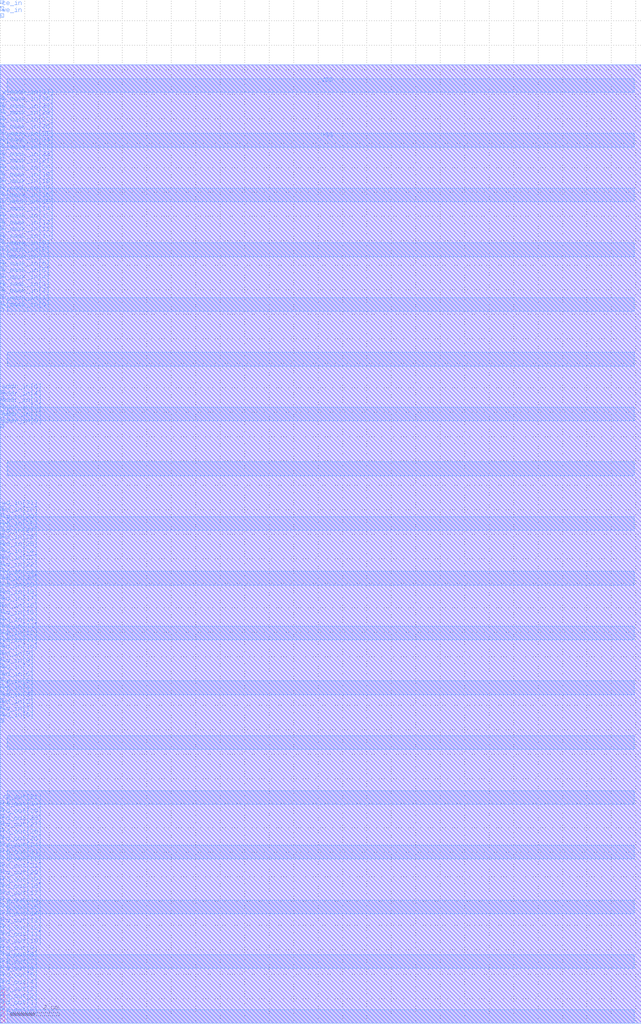
<source format=lef>
# Generated by FakeRAM 2.0
VERSION 5.7 ;
BUSBITCHARS "[]" ;
PROPERTYDEFINITIONS
  MACRO width INTEGER ;
  MACRO depth INTEGER ;
  MACRO banks INTEGER ;
END PROPERTYDEFINITIONS
MACRO fakeram45_64x32_top_tier
  PROPERTY width 32 ;
  PROPERTY depth 64 ;
  PROPERTY banks 1 ;
  FOREIGN fakeram45_64x32_top_tier 0 0 ;
  SYMMETRY X Y R90 ;
  SIZE 0.19 BY 1.4 ;
  CLASS BLOCK ;
  PIN rd_out[0]
    DIRECTION OUTPUT ;
    USE SIGNAL ;
    SHAPE ABUTMENT ;
    PORT
      LAYER metal4_top_tier ;
      RECT 0.000 0.280 0.140 0.420 ;
    END
  END rd_out[0]
  PIN rd_out[1]
    DIRECTION OUTPUT ;
    USE SIGNAL ;
    SHAPE ABUTMENT ;
    PORT
      LAYER metal4_top_tier ;
      RECT 0.000 0.560 0.140 0.700 ;
    END
  END rd_out[1]
  PIN rd_out[2]
    DIRECTION OUTPUT ;
    USE SIGNAL ;
    SHAPE ABUTMENT ;
    PORT
      LAYER metal4_top_tier ;
      RECT 0.000 0.840 0.140 0.980 ;
    END
  END rd_out[2]
  PIN rd_out[3]
    DIRECTION OUTPUT ;
    USE SIGNAL ;
    SHAPE ABUTMENT ;
    PORT
      LAYER metal4_top_tier ;
      RECT 0.000 1.120 0.140 1.260 ;
    END
  END rd_out[3]
  PIN rd_out[4]
    DIRECTION OUTPUT ;
    USE SIGNAL ;
    SHAPE ABUTMENT ;
    PORT
      LAYER metal4_top_tier ;
      RECT 0.000 1.400 0.140 1.540 ;
    END
  END rd_out[4]
  PIN rd_out[5]
    DIRECTION OUTPUT ;
    USE SIGNAL ;
    SHAPE ABUTMENT ;
    PORT
      LAYER metal4_top_tier ;
      RECT 0.000 1.680 0.140 1.820 ;
    END
  END rd_out[5]
  PIN rd_out[6]
    DIRECTION OUTPUT ;
    USE SIGNAL ;
    SHAPE ABUTMENT ;
    PORT
      LAYER metal4_top_tier ;
      RECT 0.000 1.960 0.140 2.100 ;
    END
  END rd_out[6]
  PIN rd_out[7]
    DIRECTION OUTPUT ;
    USE SIGNAL ;
    SHAPE ABUTMENT ;
    PORT
      LAYER metal4_top_tier ;
      RECT 0.000 2.240 0.140 2.380 ;
    END
  END rd_out[7]
  PIN rd_out[8]
    DIRECTION OUTPUT ;
    USE SIGNAL ;
    SHAPE ABUTMENT ;
    PORT
      LAYER metal4_top_tier ;
      RECT 0.000 2.520 0.140 2.660 ;
    END
  END rd_out[8]
  PIN rd_out[9]
    DIRECTION OUTPUT ;
    USE SIGNAL ;
    SHAPE ABUTMENT ;
    PORT
      LAYER metal4_top_tier ;
      RECT 0.000 2.800 0.140 2.940 ;
    END
  END rd_out[9]
  PIN rd_out[10]
    DIRECTION OUTPUT ;
    USE SIGNAL ;
    SHAPE ABUTMENT ;
    PORT
      LAYER metal4_top_tier ;
      RECT 0.000 3.080 0.140 3.220 ;
    END
  END rd_out[10]
  PIN rd_out[11]
    DIRECTION OUTPUT ;
    USE SIGNAL ;
    SHAPE ABUTMENT ;
    PORT
      LAYER metal4_top_tier ;
      RECT 0.000 3.360 0.140 3.500 ;
    END
  END rd_out[11]
  PIN rd_out[12]
    DIRECTION OUTPUT ;
    USE SIGNAL ;
    SHAPE ABUTMENT ;
    PORT
      LAYER metal4_top_tier ;
      RECT 0.000 3.640 0.140 3.780 ;
    END
  END rd_out[12]
  PIN rd_out[13]
    DIRECTION OUTPUT ;
    USE SIGNAL ;
    SHAPE ABUTMENT ;
    PORT
      LAYER metal4_top_tier ;
      RECT 0.000 3.920 0.140 4.060 ;
    END
  END rd_out[13]
  PIN rd_out[14]
    DIRECTION OUTPUT ;
    USE SIGNAL ;
    SHAPE ABUTMENT ;
    PORT
      LAYER metal4_top_tier ;
      RECT 0.000 4.200 0.140 4.340 ;
    END
  END rd_out[14]
  PIN rd_out[15]
    DIRECTION OUTPUT ;
    USE SIGNAL ;
    SHAPE ABUTMENT ;
    PORT
      LAYER metal4_top_tier ;
      RECT 0.000 4.480 0.140 4.620 ;
    END
  END rd_out[15]
  PIN rd_out[16]
    DIRECTION OUTPUT ;
    USE SIGNAL ;
    SHAPE ABUTMENT ;
    PORT
      LAYER metal4_top_tier ;
      RECT 0.000 4.760 0.140 4.900 ;
    END
  END rd_out[16]
  PIN rd_out[17]
    DIRECTION OUTPUT ;
    USE SIGNAL ;
    SHAPE ABUTMENT ;
    PORT
      LAYER metal4_top_tier ;
      RECT 0.000 5.040 0.140 5.180 ;
    END
  END rd_out[17]
  PIN rd_out[18]
    DIRECTION OUTPUT ;
    USE SIGNAL ;
    SHAPE ABUTMENT ;
    PORT
      LAYER metal4_top_tier ;
      RECT 0.000 5.320 0.140 5.460 ;
    END
  END rd_out[18]
  PIN rd_out[19]
    DIRECTION OUTPUT ;
    USE SIGNAL ;
    SHAPE ABUTMENT ;
    PORT
      LAYER metal4_top_tier ;
      RECT 0.000 5.600 0.140 5.740 ;
    END
  END rd_out[19]
  PIN rd_out[20]
    DIRECTION OUTPUT ;
    USE SIGNAL ;
    SHAPE ABUTMENT ;
    PORT
      LAYER metal4_top_tier ;
      RECT 0.000 5.880 0.140 6.020 ;
    END
  END rd_out[20]
  PIN rd_out[21]
    DIRECTION OUTPUT ;
    USE SIGNAL ;
    SHAPE ABUTMENT ;
    PORT
      LAYER metal4_top_tier ;
      RECT 0.000 6.160 0.140 6.300 ;
    END
  END rd_out[21]
  PIN rd_out[22]
    DIRECTION OUTPUT ;
    USE SIGNAL ;
    SHAPE ABUTMENT ;
    PORT
      LAYER metal4_top_tier ;
      RECT 0.000 6.440 0.140 6.580 ;
    END
  END rd_out[22]
  PIN rd_out[23]
    DIRECTION OUTPUT ;
    USE SIGNAL ;
    SHAPE ABUTMENT ;
    PORT
      LAYER metal4_top_tier ;
      RECT 0.000 6.720 0.140 6.860 ;
    END
  END rd_out[23]
  PIN rd_out[24]
    DIRECTION OUTPUT ;
    USE SIGNAL ;
    SHAPE ABUTMENT ;
    PORT
      LAYER metal4_top_tier ;
      RECT 0.000 7.000 0.140 7.140 ;
    END
  END rd_out[24]
  PIN rd_out[25]
    DIRECTION OUTPUT ;
    USE SIGNAL ;
    SHAPE ABUTMENT ;
    PORT
      LAYER metal4_top_tier ;
      RECT 0.000 7.280 0.140 7.420 ;
    END
  END rd_out[25]
  PIN rd_out[26]
    DIRECTION OUTPUT ;
    USE SIGNAL ;
    SHAPE ABUTMENT ;
    PORT
      LAYER metal4_top_tier ;
      RECT 0.000 7.560 0.140 7.700 ;
    END
  END rd_out[26]
  PIN rd_out[27]
    DIRECTION OUTPUT ;
    USE SIGNAL ;
    SHAPE ABUTMENT ;
    PORT
      LAYER metal4_top_tier ;
      RECT 0.000 7.840 0.140 7.980 ;
    END
  END rd_out[27]
  PIN rd_out[28]
    DIRECTION OUTPUT ;
    USE SIGNAL ;
    SHAPE ABUTMENT ;
    PORT
      LAYER metal4_top_tier ;
      RECT 0.000 8.120 0.140 8.260 ;
    END
  END rd_out[28]
  PIN rd_out[29]
    DIRECTION OUTPUT ;
    USE SIGNAL ;
    SHAPE ABUTMENT ;
    PORT
      LAYER metal4_top_tier ;
      RECT 0.000 8.400 0.140 8.540 ;
    END
  END rd_out[29]
  PIN rd_out[30]
    DIRECTION OUTPUT ;
    USE SIGNAL ;
    SHAPE ABUTMENT ;
    PORT
      LAYER metal4_top_tier ;
      RECT 0.000 8.680 0.140 8.820 ;
    END
  END rd_out[30]
  PIN rd_out[31]
    DIRECTION OUTPUT ;
    USE SIGNAL ;
    SHAPE ABUTMENT ;
    PORT
      LAYER metal4_top_tier ;
      RECT 0.000 8.960 0.140 9.100 ;
    END
  END rd_out[31]
  PIN wd_in[0]
    DIRECTION INPUT ;
    USE SIGNAL ;
    SHAPE ABUTMENT ;
    PORT
      LAYER metal4_top_tier ;
      RECT 0.000 12.320 0.140 12.460 ;
    END
  END wd_in[0]
  PIN wd_in[1]
    DIRECTION INPUT ;
    USE SIGNAL ;
    SHAPE ABUTMENT ;
    PORT
      LAYER metal4_top_tier ;
      RECT 0.000 12.600 0.140 12.740 ;
    END
  END wd_in[1]
  PIN wd_in[2]
    DIRECTION INPUT ;
    USE SIGNAL ;
    SHAPE ABUTMENT ;
    PORT
      LAYER metal4_top_tier ;
      RECT 0.000 12.880 0.140 13.020 ;
    END
  END wd_in[2]
  PIN wd_in[3]
    DIRECTION INPUT ;
    USE SIGNAL ;
    SHAPE ABUTMENT ;
    PORT
      LAYER metal4_top_tier ;
      RECT 0.000 13.160 0.140 13.300 ;
    END
  END wd_in[3]
  PIN wd_in[4]
    DIRECTION INPUT ;
    USE SIGNAL ;
    SHAPE ABUTMENT ;
    PORT
      LAYER metal4_top_tier ;
      RECT 0.000 13.440 0.140 13.580 ;
    END
  END wd_in[4]
  PIN wd_in[5]
    DIRECTION INPUT ;
    USE SIGNAL ;
    SHAPE ABUTMENT ;
    PORT
      LAYER metal4_top_tier ;
      RECT 0.000 13.720 0.140 13.860 ;
    END
  END wd_in[5]
  PIN wd_in[6]
    DIRECTION INPUT ;
    USE SIGNAL ;
    SHAPE ABUTMENT ;
    PORT
      LAYER metal4_top_tier ;
      RECT 0.000 14.000 0.140 14.140 ;
    END
  END wd_in[6]
  PIN wd_in[7]
    DIRECTION INPUT ;
    USE SIGNAL ;
    SHAPE ABUTMENT ;
    PORT
      LAYER metal4_top_tier ;
      RECT 0.000 14.280 0.140 14.420 ;
    END
  END wd_in[7]
  PIN wd_in[8]
    DIRECTION INPUT ;
    USE SIGNAL ;
    SHAPE ABUTMENT ;
    PORT
      LAYER metal4_top_tier ;
      RECT 0.000 14.560 0.140 14.700 ;
    END
  END wd_in[8]
  PIN wd_in[9]
    DIRECTION INPUT ;
    USE SIGNAL ;
    SHAPE ABUTMENT ;
    PORT
      LAYER metal4_top_tier ;
      RECT 0.000 14.840 0.140 14.980 ;
    END
  END wd_in[9]
  PIN wd_in[10]
    DIRECTION INPUT ;
    USE SIGNAL ;
    SHAPE ABUTMENT ;
    PORT
      LAYER metal4_top_tier ;
      RECT 0.000 15.120 0.140 15.260 ;
    END
  END wd_in[10]
  PIN wd_in[11]
    DIRECTION INPUT ;
    USE SIGNAL ;
    SHAPE ABUTMENT ;
    PORT
      LAYER metal4_top_tier ;
      RECT 0.000 15.400 0.140 15.540 ;
    END
  END wd_in[11]
  PIN wd_in[12]
    DIRECTION INPUT ;
    USE SIGNAL ;
    SHAPE ABUTMENT ;
    PORT
      LAYER metal4_top_tier ;
      RECT 0.000 15.680 0.140 15.820 ;
    END
  END wd_in[12]
  PIN wd_in[13]
    DIRECTION INPUT ;
    USE SIGNAL ;
    SHAPE ABUTMENT ;
    PORT
      LAYER metal4_top_tier ;
      RECT 0.000 15.960 0.140 16.100 ;
    END
  END wd_in[13]
  PIN wd_in[14]
    DIRECTION INPUT ;
    USE SIGNAL ;
    SHAPE ABUTMENT ;
    PORT
      LAYER metal4_top_tier ;
      RECT 0.000 16.240 0.140 16.380 ;
    END
  END wd_in[14]
  PIN wd_in[15]
    DIRECTION INPUT ;
    USE SIGNAL ;
    SHAPE ABUTMENT ;
    PORT
      LAYER metal4_top_tier ;
      RECT 0.000 16.520 0.140 16.660 ;
    END
  END wd_in[15]
  PIN wd_in[16]
    DIRECTION INPUT ;
    USE SIGNAL ;
    SHAPE ABUTMENT ;
    PORT
      LAYER metal4_top_tier ;
      RECT 0.000 16.800 0.140 16.940 ;
    END
  END wd_in[16]
  PIN wd_in[17]
    DIRECTION INPUT ;
    USE SIGNAL ;
    SHAPE ABUTMENT ;
    PORT
      LAYER metal4_top_tier ;
      RECT 0.000 17.080 0.140 17.220 ;
    END
  END wd_in[17]
  PIN wd_in[18]
    DIRECTION INPUT ;
    USE SIGNAL ;
    SHAPE ABUTMENT ;
    PORT
      LAYER metal4_top_tier ;
      RECT 0.000 17.360 0.140 17.500 ;
    END
  END wd_in[18]
  PIN wd_in[19]
    DIRECTION INPUT ;
    USE SIGNAL ;
    SHAPE ABUTMENT ;
    PORT
      LAYER metal4_top_tier ;
      RECT 0.000 17.640 0.140 17.780 ;
    END
  END wd_in[19]
  PIN wd_in[20]
    DIRECTION INPUT ;
    USE SIGNAL ;
    SHAPE ABUTMENT ;
    PORT
      LAYER metal4_top_tier ;
      RECT 0.000 17.920 0.140 18.060 ;
    END
  END wd_in[20]
  PIN wd_in[21]
    DIRECTION INPUT ;
    USE SIGNAL ;
    SHAPE ABUTMENT ;
    PORT
      LAYER metal4_top_tier ;
      RECT 0.000 18.200 0.140 18.340 ;
    END
  END wd_in[21]
  PIN wd_in[22]
    DIRECTION INPUT ;
    USE SIGNAL ;
    SHAPE ABUTMENT ;
    PORT
      LAYER metal4_top_tier ;
      RECT 0.000 18.480 0.140 18.620 ;
    END
  END wd_in[22]
  PIN wd_in[23]
    DIRECTION INPUT ;
    USE SIGNAL ;
    SHAPE ABUTMENT ;
    PORT
      LAYER metal4_top_tier ;
      RECT 0.000 18.760 0.140 18.900 ;
    END
  END wd_in[23]
  PIN wd_in[24]
    DIRECTION INPUT ;
    USE SIGNAL ;
    SHAPE ABUTMENT ;
    PORT
      LAYER metal4_top_tier ;
      RECT 0.000 19.040 0.140 19.180 ;
    END
  END wd_in[24]
  PIN wd_in[25]
    DIRECTION INPUT ;
    USE SIGNAL ;
    SHAPE ABUTMENT ;
    PORT
      LAYER metal4_top_tier ;
      RECT 0.000 19.320 0.140 19.460 ;
    END
  END wd_in[25]
  PIN wd_in[26]
    DIRECTION INPUT ;
    USE SIGNAL ;
    SHAPE ABUTMENT ;
    PORT
      LAYER metal4_top_tier ;
      RECT 0.000 19.600 0.140 19.740 ;
    END
  END wd_in[26]
  PIN wd_in[27]
    DIRECTION INPUT ;
    USE SIGNAL ;
    SHAPE ABUTMENT ;
    PORT
      LAYER metal4_top_tier ;
      RECT 0.000 19.880 0.140 20.020 ;
    END
  END wd_in[27]
  PIN wd_in[28]
    DIRECTION INPUT ;
    USE SIGNAL ;
    SHAPE ABUTMENT ;
    PORT
      LAYER metal4_top_tier ;
      RECT 0.000 20.160 0.140 20.300 ;
    END
  END wd_in[28]
  PIN wd_in[29]
    DIRECTION INPUT ;
    USE SIGNAL ;
    SHAPE ABUTMENT ;
    PORT
      LAYER metal4_top_tier ;
      RECT 0.000 20.440 0.140 20.580 ;
    END
  END wd_in[29]
  PIN wd_in[30]
    DIRECTION INPUT ;
    USE SIGNAL ;
    SHAPE ABUTMENT ;
    PORT
      LAYER metal4_top_tier ;
      RECT 0.000 20.720 0.140 20.860 ;
    END
  END wd_in[30]
  PIN wd_in[31]
    DIRECTION INPUT ;
    USE SIGNAL ;
    SHAPE ABUTMENT ;
    PORT
      LAYER metal4_top_tier ;
      RECT 0.000 21.000 0.140 21.140 ;
    END
  END wd_in[31]
  PIN addr_in[0]
    DIRECTION INPUT ;
    USE SIGNAL ;
    SHAPE ABUTMENT ;
    PORT
      LAYER metal4_top_tier ;
      RECT 0.000 24.360 0.140 24.500 ;
    END
  END addr_in[0]
  PIN addr_in[1]
    DIRECTION INPUT ;
    USE SIGNAL ;
    SHAPE ABUTMENT ;
    PORT
      LAYER metal4_top_tier ;
      RECT 0.000 24.640 0.140 24.780 ;
    END
  END addr_in[1]
  PIN addr_in[2]
    DIRECTION INPUT ;
    USE SIGNAL ;
    SHAPE ABUTMENT ;
    PORT
      LAYER metal4_top_tier ;
      RECT 0.000 24.920 0.140 25.060 ;
    END
  END addr_in[2]
  PIN addr_in[3]
    DIRECTION INPUT ;
    USE SIGNAL ;
    SHAPE ABUTMENT ;
    PORT
      LAYER metal4_top_tier ;
      RECT 0.000 25.200 0.140 25.340 ;
    END
  END addr_in[3]
  PIN addr_in[4]
    DIRECTION INPUT ;
    USE SIGNAL ;
    SHAPE ABUTMENT ;
    PORT
      LAYER metal4_top_tier ;
      RECT 0.000 25.480 0.140 25.620 ;
    END
  END addr_in[4]
  PIN addr_in[5]
    DIRECTION INPUT ;
    USE SIGNAL ;
    SHAPE ABUTMENT ;
    PORT
      LAYER metal4_top_tier ;
      RECT 0.000 25.760 0.140 25.900 ;
    END
  END addr_in[5]
  PIN w_mask_in[0]
    DIRECTION OUTPUT ;
    USE SIGNAL ;
    SHAPE ABUTMENT ;
    PORT
      LAYER metal4_top_tier ;
      RECT 0.000 29.120 0.140 29.260 ;
    END
  END w_mask_in[0]
  PIN w_mask_in[1]
    DIRECTION OUTPUT ;
    USE SIGNAL ;
    SHAPE ABUTMENT ;
    PORT
      LAYER metal4_top_tier ;
      RECT 0.000 29.400 0.140 29.540 ;
    END
  END w_mask_in[1]
  PIN w_mask_in[2]
    DIRECTION OUTPUT ;
    USE SIGNAL ;
    SHAPE ABUTMENT ;
    PORT
      LAYER metal4_top_tier ;
      RECT 0.000 29.680 0.140 29.820 ;
    END
  END w_mask_in[2]
  PIN w_mask_in[3]
    DIRECTION OUTPUT ;
    USE SIGNAL ;
    SHAPE ABUTMENT ;
    PORT
      LAYER metal4_top_tier ;
      RECT 0.000 29.960 0.140 30.100 ;
    END
  END w_mask_in[3]
  PIN w_mask_in[4]
    DIRECTION OUTPUT ;
    USE SIGNAL ;
    SHAPE ABUTMENT ;
    PORT
      LAYER metal4_top_tier ;
      RECT 0.000 30.240 0.140 30.380 ;
    END
  END w_mask_in[4]
  PIN w_mask_in[5]
    DIRECTION OUTPUT ;
    USE SIGNAL ;
    SHAPE ABUTMENT ;
    PORT
      LAYER metal4_top_tier ;
      RECT 0.000 30.520 0.140 30.660 ;
    END
  END w_mask_in[5]
  PIN w_mask_in[6]
    DIRECTION OUTPUT ;
    USE SIGNAL ;
    SHAPE ABUTMENT ;
    PORT
      LAYER metal4_top_tier ;
      RECT 0.000 30.800 0.140 30.940 ;
    END
  END w_mask_in[6]
  PIN w_mask_in[7]
    DIRECTION OUTPUT ;
    USE SIGNAL ;
    SHAPE ABUTMENT ;
    PORT
      LAYER metal4_top_tier ;
      RECT 0.000 31.080 0.140 31.220 ;
    END
  END w_mask_in[7]
  PIN w_mask_in[8]
    DIRECTION OUTPUT ;
    USE SIGNAL ;
    SHAPE ABUTMENT ;
    PORT
      LAYER metal4_top_tier ;
      RECT 0.000 31.360 0.140 31.500 ;
    END
  END w_mask_in[8]
  PIN w_mask_in[9]
    DIRECTION OUTPUT ;
    USE SIGNAL ;
    SHAPE ABUTMENT ;
    PORT
      LAYER metal4_top_tier ;
      RECT 0.000 31.640 0.140 31.780 ;
    END
  END w_mask_in[9]
  PIN w_mask_in[10]
    DIRECTION OUTPUT ;
    USE SIGNAL ;
    SHAPE ABUTMENT ;
    PORT
      LAYER metal4_top_tier ;
      RECT 0.000 31.920 0.140 32.060 ;
    END
  END w_mask_in[10]
  PIN w_mask_in[11]
    DIRECTION OUTPUT ;
    USE SIGNAL ;
    SHAPE ABUTMENT ;
    PORT
      LAYER metal4_top_tier ;
      RECT 0.000 32.200 0.140 32.340 ;
    END
  END w_mask_in[11]
  PIN w_mask_in[12]
    DIRECTION OUTPUT ;
    USE SIGNAL ;
    SHAPE ABUTMENT ;
    PORT
      LAYER metal4_top_tier ;
      RECT 0.000 32.480 0.140 32.620 ;
    END
  END w_mask_in[12]
  PIN w_mask_in[13]
    DIRECTION OUTPUT ;
    USE SIGNAL ;
    SHAPE ABUTMENT ;
    PORT
      LAYER metal4_top_tier ;
      RECT 0.000 32.760 0.140 32.900 ;
    END
  END w_mask_in[13]
  PIN w_mask_in[14]
    DIRECTION OUTPUT ;
    USE SIGNAL ;
    SHAPE ABUTMENT ;
    PORT
      LAYER metal4_top_tier ;
      RECT 0.000 33.040 0.140 33.180 ;
    END
  END w_mask_in[14]
  PIN w_mask_in[15]
    DIRECTION OUTPUT ;
    USE SIGNAL ;
    SHAPE ABUTMENT ;
    PORT
      LAYER metal4_top_tier ;
      RECT 0.000 33.320 0.140 33.460 ;
    END
  END w_mask_in[15]
  PIN w_mask_in[16]
    DIRECTION OUTPUT ;
    USE SIGNAL ;
    SHAPE ABUTMENT ;
    PORT
      LAYER metal4_top_tier ;
      RECT 0.000 33.600 0.140 33.740 ;
    END
  END w_mask_in[16]
  PIN w_mask_in[17]
    DIRECTION OUTPUT ;
    USE SIGNAL ;
    SHAPE ABUTMENT ;
    PORT
      LAYER metal4_top_tier ;
      RECT 0.000 33.880 0.140 34.020 ;
    END
  END w_mask_in[17]
  PIN w_mask_in[18]
    DIRECTION OUTPUT ;
    USE SIGNAL ;
    SHAPE ABUTMENT ;
    PORT
      LAYER metal4_top_tier ;
      RECT 0.000 34.160 0.140 34.300 ;
    END
  END w_mask_in[18]
  PIN w_mask_in[19]
    DIRECTION OUTPUT ;
    USE SIGNAL ;
    SHAPE ABUTMENT ;
    PORT
      LAYER metal4_top_tier ;
      RECT 0.000 34.440 0.140 34.580 ;
    END
  END w_mask_in[19]
  PIN w_mask_in[20]
    DIRECTION OUTPUT ;
    USE SIGNAL ;
    SHAPE ABUTMENT ;
    PORT
      LAYER metal4_top_tier ;
      RECT 0.000 34.720 0.140 34.860 ;
    END
  END w_mask_in[20]
  PIN w_mask_in[21]
    DIRECTION OUTPUT ;
    USE SIGNAL ;
    SHAPE ABUTMENT ;
    PORT
      LAYER metal4_top_tier ;
      RECT 0.000 35.000 0.140 35.140 ;
    END
  END w_mask_in[21]
  PIN w_mask_in[22]
    DIRECTION OUTPUT ;
    USE SIGNAL ;
    SHAPE ABUTMENT ;
    PORT
      LAYER metal4_top_tier ;
      RECT 0.000 35.280 0.140 35.420 ;
    END
  END w_mask_in[22]
  PIN w_mask_in[23]
    DIRECTION OUTPUT ;
    USE SIGNAL ;
    SHAPE ABUTMENT ;
    PORT
      LAYER metal4_top_tier ;
      RECT 0.000 35.560 0.140 35.700 ;
    END
  END w_mask_in[23]
  PIN w_mask_in[24]
    DIRECTION OUTPUT ;
    USE SIGNAL ;
    SHAPE ABUTMENT ;
    PORT
      LAYER metal4_top_tier ;
      RECT 0.000 35.840 0.140 35.980 ;
    END
  END w_mask_in[24]
  PIN w_mask_in[25]
    DIRECTION OUTPUT ;
    USE SIGNAL ;
    SHAPE ABUTMENT ;
    PORT
      LAYER metal4_top_tier ;
      RECT 0.000 36.120 0.140 36.260 ;
    END
  END w_mask_in[25]
  PIN w_mask_in[26]
    DIRECTION OUTPUT ;
    USE SIGNAL ;
    SHAPE ABUTMENT ;
    PORT
      LAYER metal4_top_tier ;
      RECT 0.000 36.400 0.140 36.540 ;
    END
  END w_mask_in[26]
  PIN w_mask_in[27]
    DIRECTION OUTPUT ;
    USE SIGNAL ;
    SHAPE ABUTMENT ;
    PORT
      LAYER metal4_top_tier ;
      RECT 0.000 36.680 0.140 36.820 ;
    END
  END w_mask_in[27]
  PIN w_mask_in[28]
    DIRECTION OUTPUT ;
    USE SIGNAL ;
    SHAPE ABUTMENT ;
    PORT
      LAYER metal4_top_tier ;
      RECT 0.000 36.960 0.140 37.100 ;
    END
  END w_mask_in[28]
  PIN w_mask_in[29]
    DIRECTION OUTPUT ;
    USE SIGNAL ;
    SHAPE ABUTMENT ;
    PORT
      LAYER metal4_top_tier ;
      RECT 0.000 37.240 0.140 37.380 ;
    END
  END w_mask_in[29]
  PIN w_mask_in[30]
    DIRECTION OUTPUT ;
    USE SIGNAL ;
    SHAPE ABUTMENT ;
    PORT
      LAYER metal4_top_tier ;
      RECT 0.000 37.520 0.140 37.660 ;
    END
  END w_mask_in[30]
  PIN w_mask_in[31]
    DIRECTION OUTPUT ;
    USE SIGNAL ;
    SHAPE ABUTMENT ;
    PORT
      LAYER metal4_top_tier ;
      RECT 0.000 37.800 0.140 37.940 ;
    END
  END w_mask_in[31]
  PIN we_in
    DIRECTION INPUT ;
    USE SIGNAL ;
    SHAPE ABUTMENT ;
    PORT
      LAYER metal4_top_tier ;
      RECT 0.000 41.160 0.140 41.300 ;
    END
  END we_in
  PIN ce_in
    DIRECTION INPUT ;
    USE SIGNAL ;
    SHAPE ABUTMENT ;
    PORT
      LAYER metal4_top_tier ;
      RECT 0.000 41.440 0.140 41.580 ;
    END
  END ce_in
  PIN clk
    DIRECTION INPUT ;
    USE SIGNAL ;
    SHAPE ABUTMENT ;
    PORT
      LAYER metal4_top_tier ;
      RECT 0.000 41.720 0.140 41.860 ;
    END
  END clk
  PIN VSS
    DIRECTION INOUT ;
    USE GROUND ;
    PORT
      LAYER metal4_top_tier ;
      RECT 0.280 0.000 25.940 0.560 ;
      RECT 0.280 4.480 25.940 5.040 ;
      RECT 0.280 8.960 25.940 9.520 ;
      RECT 0.280 13.440 25.940 14.000 ;
      RECT 0.280 17.920 25.940 18.480 ;
      RECT 0.280 22.400 25.940 22.960 ;
      RECT 0.280 26.880 25.940 27.440 ;
      RECT 0.280 31.360 25.940 31.920 ;
      RECT 0.280 35.840 25.940 36.400 ;
    END
  END VSS
  PIN VDD
    DIRECTION INOUT ;
    USE POWER ;
    PORT
      LAYER metal4_top_tier ;
      RECT 0.280 2.240 25.940 2.800 ;
      RECT 0.280 6.720 25.940 7.280 ;
      RECT 0.280 11.200 25.940 11.760 ;
      RECT 0.280 15.680 25.940 16.240 ;
      RECT 0.280 20.160 25.940 20.720 ;
      RECT 0.280 24.640 25.940 25.200 ;
      RECT 0.280 29.120 25.940 29.680 ;
      RECT 0.280 33.600 25.940 34.160 ;
      RECT 0.280 38.080 25.940 38.640 ;
    END
  END VDD
  OBS
    LAYER metal1_top_tier ;
    RECT 0 0 26.220 39.200 ;
    LAYER metal2_top_tier ;
    RECT 0 0 26.220 39.200 ;
    LAYER metal3_top_tier ;
    RECT 0 0 26.220 39.200 ;
    LAYER metal4_top_tier ;
    RECT 0 0 26.220 39.200 ;
  END
END fakeram45_64x32_top_tier

END LIBRARY

</source>
